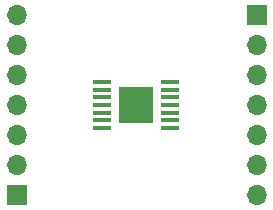
<source format=gbr>
%TF.GenerationSoftware,KiCad,Pcbnew,(7.0.0-0)*%
%TF.CreationDate,2023-09-01T09:13:59-07:00*%
%TF.ProjectId,level_shifter_breakout,6c657665-6c5f-4736-9869-667465725f62,rev?*%
%TF.SameCoordinates,Original*%
%TF.FileFunction,Soldermask,Top*%
%TF.FilePolarity,Negative*%
%FSLAX46Y46*%
G04 Gerber Fmt 4.6, Leading zero omitted, Abs format (unit mm)*
G04 Created by KiCad (PCBNEW (7.0.0-0)) date 2023-09-01 09:13:59*
%MOMM*%
%LPD*%
G01*
G04 APERTURE LIST*
G04 Aperture macros list*
%AMRoundRect*
0 Rectangle with rounded corners*
0 $1 Rounding radius*
0 $2 $3 $4 $5 $6 $7 $8 $9 X,Y pos of 4 corners*
0 Add a 4 corners polygon primitive as box body*
4,1,4,$2,$3,$4,$5,$6,$7,$8,$9,$2,$3,0*
0 Add four circle primitives for the rounded corners*
1,1,$1+$1,$2,$3*
1,1,$1+$1,$4,$5*
1,1,$1+$1,$6,$7*
1,1,$1+$1,$8,$9*
0 Add four rect primitives between the rounded corners*
20,1,$1+$1,$2,$3,$4,$5,0*
20,1,$1+$1,$4,$5,$6,$7,0*
20,1,$1+$1,$6,$7,$8,$9,0*
20,1,$1+$1,$8,$9,$2,$3,0*%
G04 Aperture macros list end*
%ADD10R,1.700000X1.700000*%
%ADD11O,1.700000X1.700000*%
%ADD12R,3.000000X3.100000*%
%ADD13RoundRect,0.100000X-0.687500X-0.100000X0.687500X-0.100000X0.687500X0.100000X-0.687500X0.100000X0*%
G04 APERTURE END LIST*
D10*
%TO.C,J2*%
X146049999Y-74929999D03*
D11*
X146049999Y-77469999D03*
X146049999Y-80009999D03*
X146049999Y-82549999D03*
X146049999Y-85089999D03*
X146049999Y-87629999D03*
X146049999Y-90169999D03*
%TD*%
D10*
%TO.C,J1*%
X125729999Y-90169999D03*
D11*
X125729999Y-87629999D03*
X125729999Y-85089999D03*
X125729999Y-82549999D03*
X125729999Y-80009999D03*
X125729999Y-77469999D03*
X125729999Y-74929999D03*
%TD*%
D12*
%TO.C,U1*%
X135821499Y-82549999D03*
D13*
X132959000Y-80600000D03*
X132959000Y-81250000D03*
X132959000Y-81900000D03*
X132959000Y-82550000D03*
X132959000Y-83200000D03*
X132959000Y-83850000D03*
X132959000Y-84500000D03*
X138684000Y-84500000D03*
X138684000Y-83850000D03*
X138684000Y-83200000D03*
X138684000Y-82550000D03*
X138684000Y-81900000D03*
X138684000Y-81250000D03*
X138684000Y-80600000D03*
%TD*%
M02*

</source>
